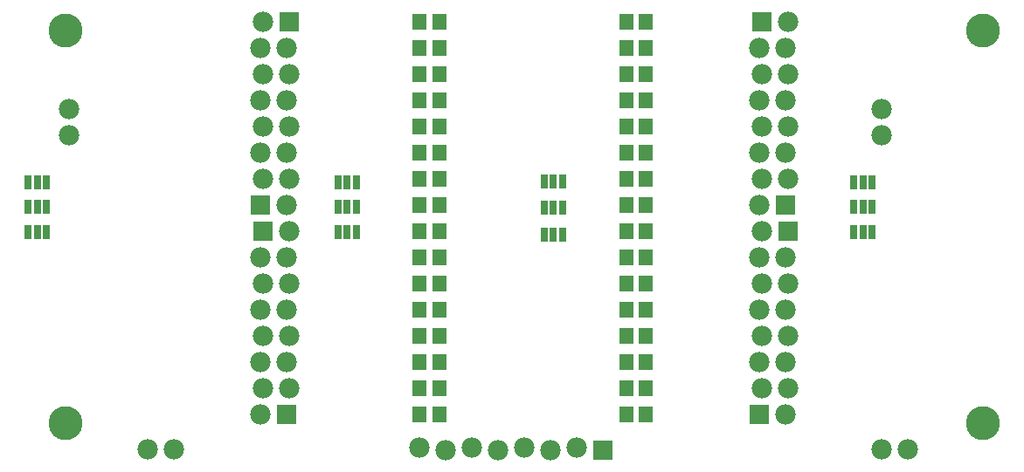
<source format=gbs>
G75*
G70*
%OFA0B0*%
%FSLAX24Y24*%
%IPPOS*%
%LPD*%
%AMOC8*
5,1,8,0,0,1.08239X$1,22.5*
%
%ADD10R,0.0780X0.0780*%
%ADD11C,0.0780*%
%ADD12R,0.0552X0.0631*%
%ADD13C,0.1300*%
%ADD14R,0.0290X0.0540*%
D10*
X010483Y002523D03*
X022561Y001130D03*
X028511Y002523D03*
X029611Y009523D03*
X029511Y010523D03*
X028611Y017523D03*
X010583Y017523D03*
X009483Y010523D03*
X009583Y009523D03*
D11*
X010583Y009523D03*
X010483Y010523D03*
X010583Y011523D03*
X009583Y011523D03*
X009483Y012523D03*
X010483Y012523D03*
X010583Y013523D03*
X009583Y013523D03*
X009483Y014523D03*
X010483Y014523D03*
X010583Y015523D03*
X009583Y015523D03*
X009483Y016523D03*
X010483Y016523D03*
X009583Y017523D03*
X002190Y014180D03*
X002190Y013180D03*
X009483Y008523D03*
X010483Y008523D03*
X010583Y007523D03*
X009583Y007523D03*
X009483Y006523D03*
X010483Y006523D03*
X010583Y005523D03*
X009583Y005523D03*
X009483Y004523D03*
X010483Y004523D03*
X010583Y003523D03*
X009583Y003523D03*
X009483Y002523D03*
X006190Y001180D03*
X005190Y001180D03*
X015561Y001230D03*
X016561Y001130D03*
X017561Y001230D03*
X018561Y001130D03*
X019561Y001230D03*
X020561Y001130D03*
X021561Y001230D03*
X028611Y003523D03*
X029611Y003523D03*
X029511Y004523D03*
X028511Y004523D03*
X028611Y005523D03*
X029611Y005523D03*
X029511Y006523D03*
X028511Y006523D03*
X028611Y007523D03*
X029611Y007523D03*
X029511Y008523D03*
X028511Y008523D03*
X028611Y009523D03*
X028511Y010523D03*
X028611Y011523D03*
X029611Y011523D03*
X029511Y012523D03*
X028511Y012523D03*
X028611Y013523D03*
X029611Y013523D03*
X029511Y014523D03*
X028511Y014523D03*
X028611Y015523D03*
X029611Y015523D03*
X029511Y016523D03*
X028511Y016523D03*
X029611Y017523D03*
X033190Y014180D03*
X033190Y013180D03*
X029511Y002523D03*
X033190Y001180D03*
X034190Y001180D03*
D12*
X024187Y002523D03*
X023439Y002523D03*
X023439Y003523D03*
X024187Y003523D03*
X024187Y004523D03*
X023439Y004523D03*
X023439Y005523D03*
X024187Y005523D03*
X024187Y006523D03*
X023439Y006523D03*
X023439Y007523D03*
X024187Y007523D03*
X024187Y008523D03*
X023439Y008523D03*
X023439Y009523D03*
X024187Y009523D03*
X024187Y010523D03*
X023439Y010523D03*
X023439Y011523D03*
X024187Y011523D03*
X024187Y012523D03*
X023439Y012523D03*
X023439Y013523D03*
X024187Y013523D03*
X024187Y014523D03*
X023439Y014523D03*
X023439Y015523D03*
X024187Y015523D03*
X024187Y016523D03*
X023439Y016523D03*
X023439Y017523D03*
X024187Y017523D03*
X016313Y017523D03*
X015564Y017523D03*
X015564Y016523D03*
X016313Y016523D03*
X016313Y015523D03*
X015564Y015523D03*
X015564Y014523D03*
X016313Y014523D03*
X016313Y013523D03*
X015564Y013523D03*
X015564Y012523D03*
X016313Y012523D03*
X016313Y011523D03*
X015564Y011523D03*
X015564Y010523D03*
X016313Y010523D03*
X016313Y009523D03*
X015564Y009523D03*
X015564Y008523D03*
X016313Y008523D03*
X016313Y007523D03*
X015564Y007523D03*
X015564Y006523D03*
X016313Y006523D03*
X016313Y005523D03*
X015564Y005523D03*
X015564Y004523D03*
X016313Y004523D03*
X016313Y003523D03*
X015564Y003523D03*
X015564Y002523D03*
X016313Y002523D03*
D13*
X002061Y002180D03*
X002061Y017180D03*
X037061Y017180D03*
X037061Y002180D03*
D14*
X032824Y009485D03*
X032474Y009485D03*
X032124Y009485D03*
X032124Y010430D03*
X032474Y010430D03*
X032824Y010430D03*
X032824Y011375D03*
X032474Y011375D03*
X032124Y011375D03*
X021013Y011426D03*
X020663Y011426D03*
X020313Y011426D03*
X020313Y010402D03*
X020663Y010402D03*
X021013Y010402D03*
X021013Y009379D03*
X020663Y009379D03*
X020313Y009379D03*
X013139Y009485D03*
X012789Y009485D03*
X012439Y009485D03*
X012439Y010430D03*
X012789Y010430D03*
X013139Y010430D03*
X013139Y011375D03*
X012789Y011375D03*
X012439Y011375D03*
X001328Y011375D03*
X000978Y011375D03*
X000628Y011375D03*
X000628Y010430D03*
X000978Y010430D03*
X001328Y010430D03*
X001328Y009485D03*
X000978Y009485D03*
X000628Y009485D03*
M02*

</source>
